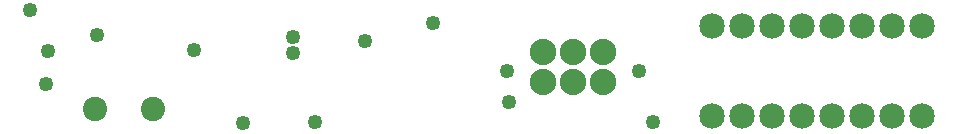
<source format=gbs>
G04 MADE WITH FRITZING*
G04 WWW.FRITZING.ORG*
G04 DOUBLE SIDED*
G04 HOLES PLATED*
G04 CONTOUR ON CENTER OF CONTOUR VECTOR*
%ASAXBY*%
%FSLAX23Y23*%
%MOIN*%
%OFA0B0*%
%SFA1.0B1.0*%
%ADD10C,0.080925*%
%ADD11C,0.080866*%
%ADD12C,0.085000*%
%ADD13C,0.088000*%
%ADD14C,0.049370*%
%ADD15C,0.030000*%
%LNMASK0*%
G90*
G70*
G54D10*
X591Y123D03*
G54D11*
X784Y123D03*
G54D12*
X2650Y99D03*
X2650Y399D03*
X2750Y99D03*
X2750Y399D03*
X2850Y99D03*
X2850Y399D03*
X2950Y99D03*
X2950Y399D03*
X3050Y99D03*
X3050Y399D03*
X3150Y99D03*
X3150Y399D03*
X3250Y99D03*
X3250Y399D03*
X3350Y99D03*
X3350Y399D03*
G54D13*
X2286Y313D03*
X2186Y313D03*
X2086Y313D03*
X2286Y313D03*
X2186Y313D03*
X2086Y313D03*
X2086Y213D03*
X2186Y213D03*
X2286Y213D03*
G54D14*
X430Y207D03*
X436Y315D03*
X1720Y411D03*
X1252Y309D03*
X1252Y363D03*
X1972Y147D03*
X1966Y249D03*
X922Y321D03*
X1492Y351D03*
X1084Y75D03*
X376Y453D03*
X1324Y81D03*
X598Y369D03*
X2452Y81D03*
X2404Y249D03*
G54D15*
G36*
X2622Y127D02*
X2677Y127D01*
X2677Y72D01*
X2622Y72D01*
X2622Y127D01*
G37*
D02*
G04 End of Mask0*
M02*
</source>
